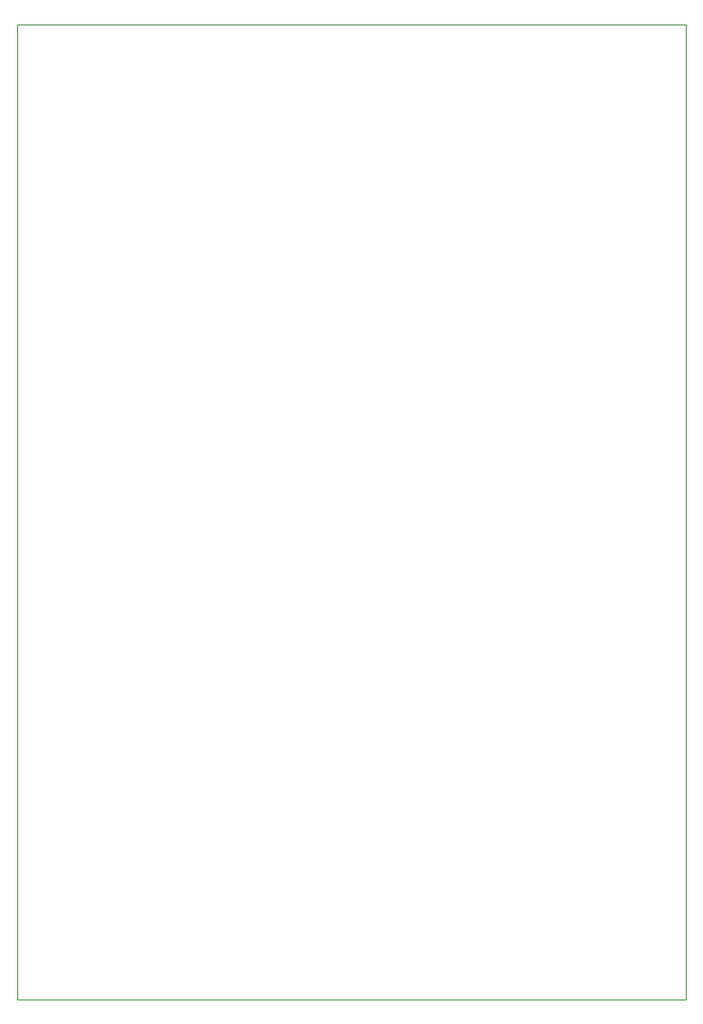
<source format=gm1>
G04 #@! TF.GenerationSoftware,KiCad,Pcbnew,(5.1.9)-1*
G04 #@! TF.CreationDate,2025-10-31T21:16:21+09:00*
G04 #@! TF.ProjectId,PC-8001_RAM,50432d38-3030-4315-9f52-414d2e6b6963,rev?*
G04 #@! TF.SameCoordinates,PX53920b0PY93c3260*
G04 #@! TF.FileFunction,Profile,NP*
%FSLAX46Y46*%
G04 Gerber Fmt 4.6, Leading zero omitted, Abs format (unit mm)*
G04 Created by KiCad (PCBNEW (5.1.9)-1) date 2025-10-31 21:16:21*
%MOMM*%
%LPD*%
G01*
G04 APERTURE LIST*
G04 #@! TA.AperFunction,Profile*
%ADD10C,0.050000*%
G04 #@! TD*
G04 APERTURE END LIST*
D10*
X0Y91000000D02*
X0Y0D01*
X62500000Y0D02*
X62500000Y91000000D01*
X0Y0D02*
X62500000Y0D01*
X62500000Y91000000D02*
X0Y91000000D01*
M02*

</source>
